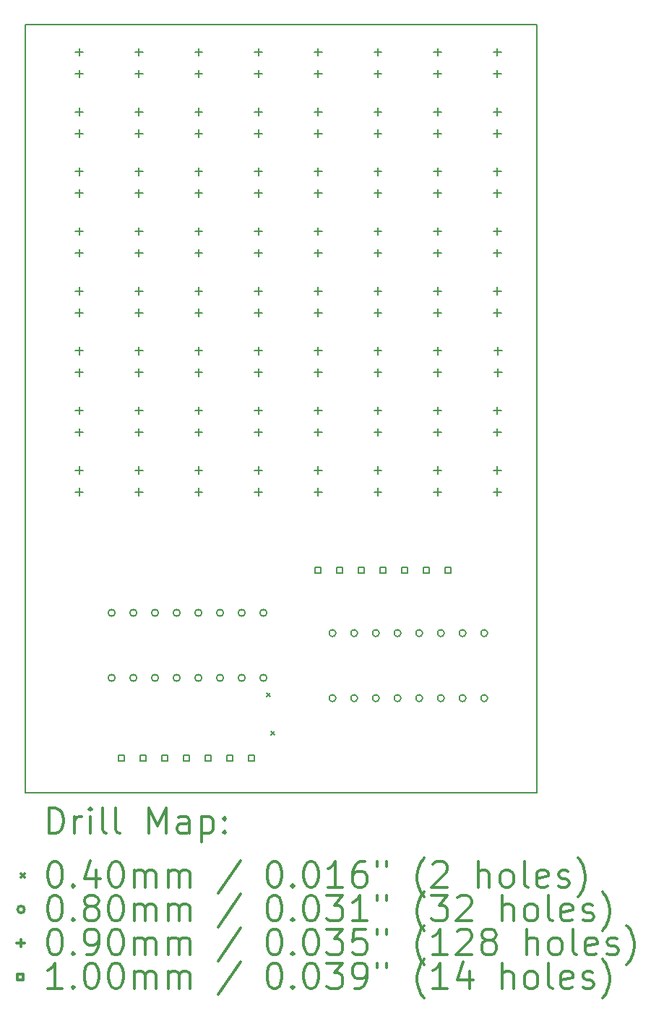
<source format=gbr>
%FSLAX45Y45*%
G04 Gerber Fmt 4.5, Leading zero omitted, Abs format (unit mm)*
G04 Created by KiCad (PCBNEW (5.0.2)-1) date 14/02/2019 14:40:59*
%MOMM*%
%LPD*%
G01*
G04 APERTURE LIST*
%ADD10C,0.150000*%
%ADD11C,0.200000*%
%ADD12C,0.300000*%
G04 APERTURE END LIST*
D10*
X16000000Y-7000000D02*
X10000000Y-7000000D01*
X16000000Y-16000000D02*
X16000000Y-7000000D01*
X10000000Y-16000000D02*
X16000000Y-16000000D01*
X10000000Y-7000000D02*
X10000000Y-16000000D01*
D11*
X12830000Y-14830000D02*
X12870000Y-14870000D01*
X12870000Y-14830000D02*
X12830000Y-14870000D01*
X12880000Y-15280000D02*
X12920000Y-15320000D01*
X12920000Y-15280000D02*
X12880000Y-15320000D01*
X13641354Y-14126149D02*
G75*
G03X13641354Y-14126149I-40000J0D01*
G01*
X13641354Y-14888149D02*
G75*
G03X13641354Y-14888149I-40000J0D01*
G01*
X13895354Y-14126149D02*
G75*
G03X13895354Y-14126149I-40000J0D01*
G01*
X13895354Y-14888149D02*
G75*
G03X13895354Y-14888149I-40000J0D01*
G01*
X14149354Y-14126149D02*
G75*
G03X14149354Y-14126149I-40000J0D01*
G01*
X14149354Y-14888149D02*
G75*
G03X14149354Y-14888149I-40000J0D01*
G01*
X14403354Y-14126149D02*
G75*
G03X14403354Y-14126149I-40000J0D01*
G01*
X14403354Y-14888149D02*
G75*
G03X14403354Y-14888149I-40000J0D01*
G01*
X14657354Y-14126149D02*
G75*
G03X14657354Y-14126149I-40000J0D01*
G01*
X14657354Y-14888149D02*
G75*
G03X14657354Y-14888149I-40000J0D01*
G01*
X14911354Y-14126149D02*
G75*
G03X14911354Y-14126149I-40000J0D01*
G01*
X14911354Y-14888149D02*
G75*
G03X14911354Y-14888149I-40000J0D01*
G01*
X15165354Y-14126149D02*
G75*
G03X15165354Y-14126149I-40000J0D01*
G01*
X15165354Y-14888149D02*
G75*
G03X15165354Y-14888149I-40000J0D01*
G01*
X15419354Y-14126149D02*
G75*
G03X15419354Y-14126149I-40000J0D01*
G01*
X15419354Y-14888149D02*
G75*
G03X15419354Y-14888149I-40000J0D01*
G01*
X11053725Y-13888617D02*
G75*
G03X11053725Y-13888617I-40000J0D01*
G01*
X11053725Y-14650617D02*
G75*
G03X11053725Y-14650617I-40000J0D01*
G01*
X11307725Y-13888617D02*
G75*
G03X11307725Y-13888617I-40000J0D01*
G01*
X11307725Y-14650617D02*
G75*
G03X11307725Y-14650617I-40000J0D01*
G01*
X11561725Y-13888617D02*
G75*
G03X11561725Y-13888617I-40000J0D01*
G01*
X11561725Y-14650617D02*
G75*
G03X11561725Y-14650617I-40000J0D01*
G01*
X11815725Y-13888617D02*
G75*
G03X11815725Y-13888617I-40000J0D01*
G01*
X11815725Y-14650617D02*
G75*
G03X11815725Y-14650617I-40000J0D01*
G01*
X12069725Y-13888617D02*
G75*
G03X12069725Y-13888617I-40000J0D01*
G01*
X12069725Y-14650617D02*
G75*
G03X12069725Y-14650617I-40000J0D01*
G01*
X12323725Y-13888617D02*
G75*
G03X12323725Y-13888617I-40000J0D01*
G01*
X12323725Y-14650617D02*
G75*
G03X12323725Y-14650617I-40000J0D01*
G01*
X12577725Y-13888617D02*
G75*
G03X12577725Y-13888617I-40000J0D01*
G01*
X12577725Y-14650617D02*
G75*
G03X12577725Y-14650617I-40000J0D01*
G01*
X12831725Y-13888617D02*
G75*
G03X12831725Y-13888617I-40000J0D01*
G01*
X12831725Y-14650617D02*
G75*
G03X12831725Y-14650617I-40000J0D01*
G01*
X14134132Y-12172750D02*
X14134132Y-12262750D01*
X14089132Y-12217750D02*
X14179132Y-12217750D01*
X14134132Y-12426750D02*
X14134132Y-12516750D01*
X14089132Y-12471750D02*
X14179132Y-12471750D01*
X14134132Y-11472750D02*
X14134132Y-11562750D01*
X14089132Y-11517750D02*
X14179132Y-11517750D01*
X14134132Y-11726750D02*
X14134132Y-11816750D01*
X14089132Y-11771750D02*
X14179132Y-11771750D01*
X10634132Y-7972750D02*
X10634132Y-8062750D01*
X10589132Y-8017750D02*
X10679132Y-8017750D01*
X10634132Y-8226750D02*
X10634132Y-8316750D01*
X10589132Y-8271750D02*
X10679132Y-8271750D01*
X13434132Y-10072750D02*
X13434132Y-10162750D01*
X13389132Y-10117750D02*
X13479132Y-10117750D01*
X13434132Y-10326750D02*
X13434132Y-10416750D01*
X13389132Y-10371750D02*
X13479132Y-10371750D01*
X12734132Y-7272750D02*
X12734132Y-7362750D01*
X12689132Y-7317750D02*
X12779132Y-7317750D01*
X12734132Y-7526750D02*
X12734132Y-7616750D01*
X12689132Y-7571750D02*
X12779132Y-7571750D01*
X12034132Y-10072750D02*
X12034132Y-10162750D01*
X11989132Y-10117750D02*
X12079132Y-10117750D01*
X12034132Y-10326750D02*
X12034132Y-10416750D01*
X11989132Y-10371750D02*
X12079132Y-10371750D01*
X11334132Y-8672750D02*
X11334132Y-8762750D01*
X11289132Y-8717750D02*
X11379132Y-8717750D01*
X11334132Y-8926750D02*
X11334132Y-9016750D01*
X11289132Y-8971750D02*
X11379132Y-8971750D01*
X14834132Y-9372750D02*
X14834132Y-9462750D01*
X14789132Y-9417750D02*
X14879132Y-9417750D01*
X14834132Y-9626750D02*
X14834132Y-9716750D01*
X14789132Y-9671750D02*
X14879132Y-9671750D01*
X14834132Y-7972750D02*
X14834132Y-8062750D01*
X14789132Y-8017750D02*
X14879132Y-8017750D01*
X14834132Y-8226750D02*
X14834132Y-8316750D01*
X14789132Y-8271750D02*
X14879132Y-8271750D01*
X12734132Y-11472750D02*
X12734132Y-11562750D01*
X12689132Y-11517750D02*
X12779132Y-11517750D01*
X12734132Y-11726750D02*
X12734132Y-11816750D01*
X12689132Y-11771750D02*
X12779132Y-11771750D01*
X14834132Y-12172750D02*
X14834132Y-12262750D01*
X14789132Y-12217750D02*
X14879132Y-12217750D01*
X14834132Y-12426750D02*
X14834132Y-12516750D01*
X14789132Y-12471750D02*
X14879132Y-12471750D01*
X10634132Y-8672750D02*
X10634132Y-8762750D01*
X10589132Y-8717750D02*
X10679132Y-8717750D01*
X10634132Y-8926750D02*
X10634132Y-9016750D01*
X10589132Y-8971750D02*
X10679132Y-8971750D01*
X15534132Y-8672750D02*
X15534132Y-8762750D01*
X15489132Y-8717750D02*
X15579132Y-8717750D01*
X15534132Y-8926750D02*
X15534132Y-9016750D01*
X15489132Y-8971750D02*
X15579132Y-8971750D01*
X10634132Y-10772750D02*
X10634132Y-10862750D01*
X10589132Y-10817750D02*
X10679132Y-10817750D01*
X10634132Y-11026750D02*
X10634132Y-11116750D01*
X10589132Y-11071750D02*
X10679132Y-11071750D01*
X12734132Y-8672750D02*
X12734132Y-8762750D01*
X12689132Y-8717750D02*
X12779132Y-8717750D01*
X12734132Y-8926750D02*
X12734132Y-9016750D01*
X12689132Y-8971750D02*
X12779132Y-8971750D01*
X11334132Y-11472750D02*
X11334132Y-11562750D01*
X11289132Y-11517750D02*
X11379132Y-11517750D01*
X11334132Y-11726750D02*
X11334132Y-11816750D01*
X11289132Y-11771750D02*
X11379132Y-11771750D01*
X14834132Y-8672750D02*
X14834132Y-8762750D01*
X14789132Y-8717750D02*
X14879132Y-8717750D01*
X14834132Y-8926750D02*
X14834132Y-9016750D01*
X14789132Y-8971750D02*
X14879132Y-8971750D01*
X14134132Y-7972750D02*
X14134132Y-8062750D01*
X14089132Y-8017750D02*
X14179132Y-8017750D01*
X14134132Y-8226750D02*
X14134132Y-8316750D01*
X14089132Y-8271750D02*
X14179132Y-8271750D01*
X13434132Y-10772750D02*
X13434132Y-10862750D01*
X13389132Y-10817750D02*
X13479132Y-10817750D01*
X13434132Y-11026750D02*
X13434132Y-11116750D01*
X13389132Y-11071750D02*
X13479132Y-11071750D01*
X12734132Y-10072750D02*
X12734132Y-10162750D01*
X12689132Y-10117750D02*
X12779132Y-10117750D01*
X12734132Y-10326750D02*
X12734132Y-10416750D01*
X12689132Y-10371750D02*
X12779132Y-10371750D01*
X12734132Y-12172750D02*
X12734132Y-12262750D01*
X12689132Y-12217750D02*
X12779132Y-12217750D01*
X12734132Y-12426750D02*
X12734132Y-12516750D01*
X12689132Y-12471750D02*
X12779132Y-12471750D01*
X15534132Y-10072750D02*
X15534132Y-10162750D01*
X15489132Y-10117750D02*
X15579132Y-10117750D01*
X15534132Y-10326750D02*
X15534132Y-10416750D01*
X15489132Y-10371750D02*
X15579132Y-10371750D01*
X11334132Y-9372750D02*
X11334132Y-9462750D01*
X11289132Y-9417750D02*
X11379132Y-9417750D01*
X11334132Y-9626750D02*
X11334132Y-9716750D01*
X11289132Y-9671750D02*
X11379132Y-9671750D01*
X15534132Y-12172750D02*
X15534132Y-12262750D01*
X15489132Y-12217750D02*
X15579132Y-12217750D01*
X15534132Y-12426750D02*
X15534132Y-12516750D01*
X15489132Y-12471750D02*
X15579132Y-12471750D01*
X11334132Y-7972750D02*
X11334132Y-8062750D01*
X11289132Y-8017750D02*
X11379132Y-8017750D01*
X11334132Y-8226750D02*
X11334132Y-8316750D01*
X11289132Y-8271750D02*
X11379132Y-8271750D01*
X11334132Y-10772750D02*
X11334132Y-10862750D01*
X11289132Y-10817750D02*
X11379132Y-10817750D01*
X11334132Y-11026750D02*
X11334132Y-11116750D01*
X11289132Y-11071750D02*
X11379132Y-11071750D01*
X12034132Y-10772750D02*
X12034132Y-10862750D01*
X11989132Y-10817750D02*
X12079132Y-10817750D01*
X12034132Y-11026750D02*
X12034132Y-11116750D01*
X11989132Y-11071750D02*
X12079132Y-11071750D01*
X13434132Y-11472750D02*
X13434132Y-11562750D01*
X13389132Y-11517750D02*
X13479132Y-11517750D01*
X13434132Y-11726750D02*
X13434132Y-11816750D01*
X13389132Y-11771750D02*
X13479132Y-11771750D01*
X14834132Y-7272750D02*
X14834132Y-7362750D01*
X14789132Y-7317750D02*
X14879132Y-7317750D01*
X14834132Y-7526750D02*
X14834132Y-7616750D01*
X14789132Y-7571750D02*
X14879132Y-7571750D01*
X12734132Y-10772750D02*
X12734132Y-10862750D01*
X12689132Y-10817750D02*
X12779132Y-10817750D01*
X12734132Y-11026750D02*
X12734132Y-11116750D01*
X12689132Y-11071750D02*
X12779132Y-11071750D01*
X13434132Y-8672750D02*
X13434132Y-8762750D01*
X13389132Y-8717750D02*
X13479132Y-8717750D01*
X13434132Y-8926750D02*
X13434132Y-9016750D01*
X13389132Y-8971750D02*
X13479132Y-8971750D01*
X13434132Y-7272750D02*
X13434132Y-7362750D01*
X13389132Y-7317750D02*
X13479132Y-7317750D01*
X13434132Y-7526750D02*
X13434132Y-7616750D01*
X13389132Y-7571750D02*
X13479132Y-7571750D01*
X10634132Y-7272750D02*
X10634132Y-7362750D01*
X10589132Y-7317750D02*
X10679132Y-7317750D01*
X10634132Y-7526750D02*
X10634132Y-7616750D01*
X10589132Y-7571750D02*
X10679132Y-7571750D01*
X12734132Y-9372750D02*
X12734132Y-9462750D01*
X12689132Y-9417750D02*
X12779132Y-9417750D01*
X12734132Y-9626750D02*
X12734132Y-9716750D01*
X12689132Y-9671750D02*
X12779132Y-9671750D01*
X15534132Y-11472750D02*
X15534132Y-11562750D01*
X15489132Y-11517750D02*
X15579132Y-11517750D01*
X15534132Y-11726750D02*
X15534132Y-11816750D01*
X15489132Y-11771750D02*
X15579132Y-11771750D01*
X12734132Y-7972750D02*
X12734132Y-8062750D01*
X12689132Y-8017750D02*
X12779132Y-8017750D01*
X12734132Y-8226750D02*
X12734132Y-8316750D01*
X12689132Y-8271750D02*
X12779132Y-8271750D01*
X15534132Y-7272750D02*
X15534132Y-7362750D01*
X15489132Y-7317750D02*
X15579132Y-7317750D01*
X15534132Y-7526750D02*
X15534132Y-7616750D01*
X15489132Y-7571750D02*
X15579132Y-7571750D01*
X14134132Y-7272750D02*
X14134132Y-7362750D01*
X14089132Y-7317750D02*
X14179132Y-7317750D01*
X14134132Y-7526750D02*
X14134132Y-7616750D01*
X14089132Y-7571750D02*
X14179132Y-7571750D01*
X12034132Y-12172750D02*
X12034132Y-12262750D01*
X11989132Y-12217750D02*
X12079132Y-12217750D01*
X12034132Y-12426750D02*
X12034132Y-12516750D01*
X11989132Y-12471750D02*
X12079132Y-12471750D01*
X13434132Y-7972750D02*
X13434132Y-8062750D01*
X13389132Y-8017750D02*
X13479132Y-8017750D01*
X13434132Y-8226750D02*
X13434132Y-8316750D01*
X13389132Y-8271750D02*
X13479132Y-8271750D01*
X10634132Y-11472750D02*
X10634132Y-11562750D01*
X10589132Y-11517750D02*
X10679132Y-11517750D01*
X10634132Y-11726750D02*
X10634132Y-11816750D01*
X10589132Y-11771750D02*
X10679132Y-11771750D01*
X14834132Y-11472750D02*
X14834132Y-11562750D01*
X14789132Y-11517750D02*
X14879132Y-11517750D01*
X14834132Y-11726750D02*
X14834132Y-11816750D01*
X14789132Y-11771750D02*
X14879132Y-11771750D01*
X10634132Y-9372750D02*
X10634132Y-9462750D01*
X10589132Y-9417750D02*
X10679132Y-9417750D01*
X10634132Y-9626750D02*
X10634132Y-9716750D01*
X10589132Y-9671750D02*
X10679132Y-9671750D01*
X15534132Y-9372750D02*
X15534132Y-9462750D01*
X15489132Y-9417750D02*
X15579132Y-9417750D01*
X15534132Y-9626750D02*
X15534132Y-9716750D01*
X15489132Y-9671750D02*
X15579132Y-9671750D01*
X12034132Y-7972750D02*
X12034132Y-8062750D01*
X11989132Y-8017750D02*
X12079132Y-8017750D01*
X12034132Y-8226750D02*
X12034132Y-8316750D01*
X11989132Y-8271750D02*
X12079132Y-8271750D01*
X15534132Y-7972750D02*
X15534132Y-8062750D01*
X15489132Y-8017750D02*
X15579132Y-8017750D01*
X15534132Y-8226750D02*
X15534132Y-8316750D01*
X15489132Y-8271750D02*
X15579132Y-8271750D01*
X14134132Y-10072750D02*
X14134132Y-10162750D01*
X14089132Y-10117750D02*
X14179132Y-10117750D01*
X14134132Y-10326750D02*
X14134132Y-10416750D01*
X14089132Y-10371750D02*
X14179132Y-10371750D01*
X14134132Y-9372750D02*
X14134132Y-9462750D01*
X14089132Y-9417750D02*
X14179132Y-9417750D01*
X14134132Y-9626750D02*
X14134132Y-9716750D01*
X14089132Y-9671750D02*
X14179132Y-9671750D01*
X12034132Y-7272750D02*
X12034132Y-7362750D01*
X11989132Y-7317750D02*
X12079132Y-7317750D01*
X12034132Y-7526750D02*
X12034132Y-7616750D01*
X11989132Y-7571750D02*
X12079132Y-7571750D01*
X14834132Y-10072750D02*
X14834132Y-10162750D01*
X14789132Y-10117750D02*
X14879132Y-10117750D01*
X14834132Y-10326750D02*
X14834132Y-10416750D01*
X14789132Y-10371750D02*
X14879132Y-10371750D01*
X10634132Y-10072750D02*
X10634132Y-10162750D01*
X10589132Y-10117750D02*
X10679132Y-10117750D01*
X10634132Y-10326750D02*
X10634132Y-10416750D01*
X10589132Y-10371750D02*
X10679132Y-10371750D01*
X11334132Y-10072750D02*
X11334132Y-10162750D01*
X11289132Y-10117750D02*
X11379132Y-10117750D01*
X11334132Y-10326750D02*
X11334132Y-10416750D01*
X11289132Y-10371750D02*
X11379132Y-10371750D01*
X12034132Y-11472750D02*
X12034132Y-11562750D01*
X11989132Y-11517750D02*
X12079132Y-11517750D01*
X12034132Y-11726750D02*
X12034132Y-11816750D01*
X11989132Y-11771750D02*
X12079132Y-11771750D01*
X11334132Y-12172750D02*
X11334132Y-12262750D01*
X11289132Y-12217750D02*
X11379132Y-12217750D01*
X11334132Y-12426750D02*
X11334132Y-12516750D01*
X11289132Y-12471750D02*
X11379132Y-12471750D01*
X14834132Y-10772750D02*
X14834132Y-10862750D01*
X14789132Y-10817750D02*
X14879132Y-10817750D01*
X14834132Y-11026750D02*
X14834132Y-11116750D01*
X14789132Y-11071750D02*
X14879132Y-11071750D01*
X14134132Y-8672750D02*
X14134132Y-8762750D01*
X14089132Y-8717750D02*
X14179132Y-8717750D01*
X14134132Y-8926750D02*
X14134132Y-9016750D01*
X14089132Y-8971750D02*
X14179132Y-8971750D01*
X14134132Y-10772750D02*
X14134132Y-10862750D01*
X14089132Y-10817750D02*
X14179132Y-10817750D01*
X14134132Y-11026750D02*
X14134132Y-11116750D01*
X14089132Y-11071750D02*
X14179132Y-11071750D01*
X12034132Y-8672750D02*
X12034132Y-8762750D01*
X11989132Y-8717750D02*
X12079132Y-8717750D01*
X12034132Y-8926750D02*
X12034132Y-9016750D01*
X11989132Y-8971750D02*
X12079132Y-8971750D01*
X12034132Y-9372750D02*
X12034132Y-9462750D01*
X11989132Y-9417750D02*
X12079132Y-9417750D01*
X12034132Y-9626750D02*
X12034132Y-9716750D01*
X11989132Y-9671750D02*
X12079132Y-9671750D01*
X11334132Y-7272750D02*
X11334132Y-7362750D01*
X11289132Y-7317750D02*
X11379132Y-7317750D01*
X11334132Y-7526750D02*
X11334132Y-7616750D01*
X11289132Y-7571750D02*
X11379132Y-7571750D01*
X13434132Y-9372750D02*
X13434132Y-9462750D01*
X13389132Y-9417750D02*
X13479132Y-9417750D01*
X13434132Y-9626750D02*
X13434132Y-9716750D01*
X13389132Y-9671750D02*
X13479132Y-9671750D01*
X15543369Y-10772750D02*
X15543369Y-10862750D01*
X15498369Y-10817750D02*
X15588369Y-10817750D01*
X15543369Y-11026750D02*
X15543369Y-11116750D01*
X15498369Y-11071750D02*
X15588369Y-11071750D01*
X10634132Y-12172750D02*
X10634132Y-12262750D01*
X10589132Y-12217750D02*
X10679132Y-12217750D01*
X10634132Y-12426750D02*
X10634132Y-12516750D01*
X10589132Y-12471750D02*
X10679132Y-12471750D01*
X13434132Y-12172750D02*
X13434132Y-12262750D01*
X13389132Y-12217750D02*
X13479132Y-12217750D01*
X13434132Y-12426750D02*
X13434132Y-12516750D01*
X13389132Y-12471750D02*
X13479132Y-12471750D01*
X11165081Y-15623972D02*
X11165081Y-15553261D01*
X11094370Y-15553261D01*
X11094370Y-15623972D01*
X11165081Y-15623972D01*
X11419081Y-15623972D02*
X11419081Y-15553261D01*
X11348370Y-15553261D01*
X11348370Y-15623972D01*
X11419081Y-15623972D01*
X11673081Y-15623972D02*
X11673081Y-15553261D01*
X11602370Y-15553261D01*
X11602370Y-15623972D01*
X11673081Y-15623972D01*
X11927081Y-15623972D02*
X11927081Y-15553261D01*
X11856370Y-15553261D01*
X11856370Y-15623972D01*
X11927081Y-15623972D01*
X12181081Y-15623972D02*
X12181081Y-15553261D01*
X12110370Y-15553261D01*
X12110370Y-15623972D01*
X12181081Y-15623972D01*
X12435081Y-15623972D02*
X12435081Y-15553261D01*
X12364370Y-15553261D01*
X12364370Y-15623972D01*
X12435081Y-15623972D01*
X12689081Y-15623972D02*
X12689081Y-15553261D01*
X12618370Y-15553261D01*
X12618370Y-15623972D01*
X12689081Y-15623972D01*
X13466709Y-13423505D02*
X13466709Y-13352793D01*
X13395998Y-13352793D01*
X13395998Y-13423505D01*
X13466709Y-13423505D01*
X13720709Y-13423505D02*
X13720709Y-13352793D01*
X13649998Y-13352793D01*
X13649998Y-13423505D01*
X13720709Y-13423505D01*
X13974709Y-13423505D02*
X13974709Y-13352793D01*
X13903998Y-13352793D01*
X13903998Y-13423505D01*
X13974709Y-13423505D01*
X14228709Y-13423505D02*
X14228709Y-13352793D01*
X14157998Y-13352793D01*
X14157998Y-13423505D01*
X14228709Y-13423505D01*
X14482709Y-13423505D02*
X14482709Y-13352793D01*
X14411998Y-13352793D01*
X14411998Y-13423505D01*
X14482709Y-13423505D01*
X14736709Y-13423505D02*
X14736709Y-13352793D01*
X14665998Y-13352793D01*
X14665998Y-13423505D01*
X14736709Y-13423505D01*
X14990709Y-13423505D02*
X14990709Y-13352793D01*
X14919998Y-13352793D01*
X14919998Y-13423505D01*
X14990709Y-13423505D01*
D12*
X10278928Y-16473214D02*
X10278928Y-16173214D01*
X10350357Y-16173214D01*
X10393214Y-16187500D01*
X10421786Y-16216071D01*
X10436071Y-16244643D01*
X10450357Y-16301786D01*
X10450357Y-16344643D01*
X10436071Y-16401786D01*
X10421786Y-16430357D01*
X10393214Y-16458929D01*
X10350357Y-16473214D01*
X10278928Y-16473214D01*
X10578928Y-16473214D02*
X10578928Y-16273214D01*
X10578928Y-16330357D02*
X10593214Y-16301786D01*
X10607500Y-16287500D01*
X10636071Y-16273214D01*
X10664643Y-16273214D01*
X10764643Y-16473214D02*
X10764643Y-16273214D01*
X10764643Y-16173214D02*
X10750357Y-16187500D01*
X10764643Y-16201786D01*
X10778928Y-16187500D01*
X10764643Y-16173214D01*
X10764643Y-16201786D01*
X10950357Y-16473214D02*
X10921786Y-16458929D01*
X10907500Y-16430357D01*
X10907500Y-16173214D01*
X11107500Y-16473214D02*
X11078928Y-16458929D01*
X11064643Y-16430357D01*
X11064643Y-16173214D01*
X11450357Y-16473214D02*
X11450357Y-16173214D01*
X11550357Y-16387500D01*
X11650357Y-16173214D01*
X11650357Y-16473214D01*
X11921786Y-16473214D02*
X11921786Y-16316071D01*
X11907500Y-16287500D01*
X11878928Y-16273214D01*
X11821786Y-16273214D01*
X11793214Y-16287500D01*
X11921786Y-16458929D02*
X11893214Y-16473214D01*
X11821786Y-16473214D01*
X11793214Y-16458929D01*
X11778928Y-16430357D01*
X11778928Y-16401786D01*
X11793214Y-16373214D01*
X11821786Y-16358929D01*
X11893214Y-16358929D01*
X11921786Y-16344643D01*
X12064643Y-16273214D02*
X12064643Y-16573214D01*
X12064643Y-16287500D02*
X12093214Y-16273214D01*
X12150357Y-16273214D01*
X12178928Y-16287500D01*
X12193214Y-16301786D01*
X12207500Y-16330357D01*
X12207500Y-16416071D01*
X12193214Y-16444643D01*
X12178928Y-16458929D01*
X12150357Y-16473214D01*
X12093214Y-16473214D01*
X12064643Y-16458929D01*
X12336071Y-16444643D02*
X12350357Y-16458929D01*
X12336071Y-16473214D01*
X12321786Y-16458929D01*
X12336071Y-16444643D01*
X12336071Y-16473214D01*
X12336071Y-16287500D02*
X12350357Y-16301786D01*
X12336071Y-16316071D01*
X12321786Y-16301786D01*
X12336071Y-16287500D01*
X12336071Y-16316071D01*
X9952500Y-16947500D02*
X9992500Y-16987500D01*
X9992500Y-16947500D02*
X9952500Y-16987500D01*
X10336071Y-16803214D02*
X10364643Y-16803214D01*
X10393214Y-16817500D01*
X10407500Y-16831786D01*
X10421786Y-16860357D01*
X10436071Y-16917500D01*
X10436071Y-16988929D01*
X10421786Y-17046072D01*
X10407500Y-17074643D01*
X10393214Y-17088929D01*
X10364643Y-17103214D01*
X10336071Y-17103214D01*
X10307500Y-17088929D01*
X10293214Y-17074643D01*
X10278928Y-17046072D01*
X10264643Y-16988929D01*
X10264643Y-16917500D01*
X10278928Y-16860357D01*
X10293214Y-16831786D01*
X10307500Y-16817500D01*
X10336071Y-16803214D01*
X10564643Y-17074643D02*
X10578928Y-17088929D01*
X10564643Y-17103214D01*
X10550357Y-17088929D01*
X10564643Y-17074643D01*
X10564643Y-17103214D01*
X10836071Y-16903214D02*
X10836071Y-17103214D01*
X10764643Y-16788929D02*
X10693214Y-17003214D01*
X10878928Y-17003214D01*
X11050357Y-16803214D02*
X11078928Y-16803214D01*
X11107500Y-16817500D01*
X11121786Y-16831786D01*
X11136071Y-16860357D01*
X11150357Y-16917500D01*
X11150357Y-16988929D01*
X11136071Y-17046072D01*
X11121786Y-17074643D01*
X11107500Y-17088929D01*
X11078928Y-17103214D01*
X11050357Y-17103214D01*
X11021786Y-17088929D01*
X11007500Y-17074643D01*
X10993214Y-17046072D01*
X10978928Y-16988929D01*
X10978928Y-16917500D01*
X10993214Y-16860357D01*
X11007500Y-16831786D01*
X11021786Y-16817500D01*
X11050357Y-16803214D01*
X11278928Y-17103214D02*
X11278928Y-16903214D01*
X11278928Y-16931786D02*
X11293214Y-16917500D01*
X11321786Y-16903214D01*
X11364643Y-16903214D01*
X11393214Y-16917500D01*
X11407500Y-16946072D01*
X11407500Y-17103214D01*
X11407500Y-16946072D02*
X11421786Y-16917500D01*
X11450357Y-16903214D01*
X11493214Y-16903214D01*
X11521786Y-16917500D01*
X11536071Y-16946072D01*
X11536071Y-17103214D01*
X11678928Y-17103214D02*
X11678928Y-16903214D01*
X11678928Y-16931786D02*
X11693214Y-16917500D01*
X11721786Y-16903214D01*
X11764643Y-16903214D01*
X11793214Y-16917500D01*
X11807500Y-16946072D01*
X11807500Y-17103214D01*
X11807500Y-16946072D02*
X11821786Y-16917500D01*
X11850357Y-16903214D01*
X11893214Y-16903214D01*
X11921786Y-16917500D01*
X11936071Y-16946072D01*
X11936071Y-17103214D01*
X12521786Y-16788929D02*
X12264643Y-17174643D01*
X12907500Y-16803214D02*
X12936071Y-16803214D01*
X12964643Y-16817500D01*
X12978928Y-16831786D01*
X12993214Y-16860357D01*
X13007500Y-16917500D01*
X13007500Y-16988929D01*
X12993214Y-17046072D01*
X12978928Y-17074643D01*
X12964643Y-17088929D01*
X12936071Y-17103214D01*
X12907500Y-17103214D01*
X12878928Y-17088929D01*
X12864643Y-17074643D01*
X12850357Y-17046072D01*
X12836071Y-16988929D01*
X12836071Y-16917500D01*
X12850357Y-16860357D01*
X12864643Y-16831786D01*
X12878928Y-16817500D01*
X12907500Y-16803214D01*
X13136071Y-17074643D02*
X13150357Y-17088929D01*
X13136071Y-17103214D01*
X13121786Y-17088929D01*
X13136071Y-17074643D01*
X13136071Y-17103214D01*
X13336071Y-16803214D02*
X13364643Y-16803214D01*
X13393214Y-16817500D01*
X13407500Y-16831786D01*
X13421786Y-16860357D01*
X13436071Y-16917500D01*
X13436071Y-16988929D01*
X13421786Y-17046072D01*
X13407500Y-17074643D01*
X13393214Y-17088929D01*
X13364643Y-17103214D01*
X13336071Y-17103214D01*
X13307500Y-17088929D01*
X13293214Y-17074643D01*
X13278928Y-17046072D01*
X13264643Y-16988929D01*
X13264643Y-16917500D01*
X13278928Y-16860357D01*
X13293214Y-16831786D01*
X13307500Y-16817500D01*
X13336071Y-16803214D01*
X13721786Y-17103214D02*
X13550357Y-17103214D01*
X13636071Y-17103214D02*
X13636071Y-16803214D01*
X13607500Y-16846072D01*
X13578928Y-16874643D01*
X13550357Y-16888929D01*
X13978928Y-16803214D02*
X13921786Y-16803214D01*
X13893214Y-16817500D01*
X13878928Y-16831786D01*
X13850357Y-16874643D01*
X13836071Y-16931786D01*
X13836071Y-17046072D01*
X13850357Y-17074643D01*
X13864643Y-17088929D01*
X13893214Y-17103214D01*
X13950357Y-17103214D01*
X13978928Y-17088929D01*
X13993214Y-17074643D01*
X14007500Y-17046072D01*
X14007500Y-16974643D01*
X13993214Y-16946072D01*
X13978928Y-16931786D01*
X13950357Y-16917500D01*
X13893214Y-16917500D01*
X13864643Y-16931786D01*
X13850357Y-16946072D01*
X13836071Y-16974643D01*
X14121786Y-16803214D02*
X14121786Y-16860357D01*
X14236071Y-16803214D02*
X14236071Y-16860357D01*
X14678928Y-17217500D02*
X14664643Y-17203214D01*
X14636071Y-17160357D01*
X14621786Y-17131786D01*
X14607500Y-17088929D01*
X14593214Y-17017500D01*
X14593214Y-16960357D01*
X14607500Y-16888929D01*
X14621786Y-16846072D01*
X14636071Y-16817500D01*
X14664643Y-16774643D01*
X14678928Y-16760357D01*
X14778928Y-16831786D02*
X14793214Y-16817500D01*
X14821786Y-16803214D01*
X14893214Y-16803214D01*
X14921786Y-16817500D01*
X14936071Y-16831786D01*
X14950357Y-16860357D01*
X14950357Y-16888929D01*
X14936071Y-16931786D01*
X14764643Y-17103214D01*
X14950357Y-17103214D01*
X15307500Y-17103214D02*
X15307500Y-16803214D01*
X15436071Y-17103214D02*
X15436071Y-16946072D01*
X15421786Y-16917500D01*
X15393214Y-16903214D01*
X15350357Y-16903214D01*
X15321786Y-16917500D01*
X15307500Y-16931786D01*
X15621786Y-17103214D02*
X15593214Y-17088929D01*
X15578928Y-17074643D01*
X15564643Y-17046072D01*
X15564643Y-16960357D01*
X15578928Y-16931786D01*
X15593214Y-16917500D01*
X15621786Y-16903214D01*
X15664643Y-16903214D01*
X15693214Y-16917500D01*
X15707500Y-16931786D01*
X15721786Y-16960357D01*
X15721786Y-17046072D01*
X15707500Y-17074643D01*
X15693214Y-17088929D01*
X15664643Y-17103214D01*
X15621786Y-17103214D01*
X15893214Y-17103214D02*
X15864643Y-17088929D01*
X15850357Y-17060357D01*
X15850357Y-16803214D01*
X16121786Y-17088929D02*
X16093214Y-17103214D01*
X16036071Y-17103214D01*
X16007500Y-17088929D01*
X15993214Y-17060357D01*
X15993214Y-16946072D01*
X16007500Y-16917500D01*
X16036071Y-16903214D01*
X16093214Y-16903214D01*
X16121786Y-16917500D01*
X16136071Y-16946072D01*
X16136071Y-16974643D01*
X15993214Y-17003214D01*
X16250357Y-17088929D02*
X16278928Y-17103214D01*
X16336071Y-17103214D01*
X16364643Y-17088929D01*
X16378928Y-17060357D01*
X16378928Y-17046072D01*
X16364643Y-17017500D01*
X16336071Y-17003214D01*
X16293214Y-17003214D01*
X16264643Y-16988929D01*
X16250357Y-16960357D01*
X16250357Y-16946072D01*
X16264643Y-16917500D01*
X16293214Y-16903214D01*
X16336071Y-16903214D01*
X16364643Y-16917500D01*
X16478928Y-17217500D02*
X16493214Y-17203214D01*
X16521786Y-17160357D01*
X16536071Y-17131786D01*
X16550357Y-17088929D01*
X16564643Y-17017500D01*
X16564643Y-16960357D01*
X16550357Y-16888929D01*
X16536071Y-16846072D01*
X16521786Y-16817500D01*
X16493214Y-16774643D01*
X16478928Y-16760357D01*
X9992500Y-17363500D02*
G75*
G03X9992500Y-17363500I-40000J0D01*
G01*
X10336071Y-17199214D02*
X10364643Y-17199214D01*
X10393214Y-17213500D01*
X10407500Y-17227786D01*
X10421786Y-17256357D01*
X10436071Y-17313500D01*
X10436071Y-17384929D01*
X10421786Y-17442072D01*
X10407500Y-17470643D01*
X10393214Y-17484929D01*
X10364643Y-17499214D01*
X10336071Y-17499214D01*
X10307500Y-17484929D01*
X10293214Y-17470643D01*
X10278928Y-17442072D01*
X10264643Y-17384929D01*
X10264643Y-17313500D01*
X10278928Y-17256357D01*
X10293214Y-17227786D01*
X10307500Y-17213500D01*
X10336071Y-17199214D01*
X10564643Y-17470643D02*
X10578928Y-17484929D01*
X10564643Y-17499214D01*
X10550357Y-17484929D01*
X10564643Y-17470643D01*
X10564643Y-17499214D01*
X10750357Y-17327786D02*
X10721786Y-17313500D01*
X10707500Y-17299214D01*
X10693214Y-17270643D01*
X10693214Y-17256357D01*
X10707500Y-17227786D01*
X10721786Y-17213500D01*
X10750357Y-17199214D01*
X10807500Y-17199214D01*
X10836071Y-17213500D01*
X10850357Y-17227786D01*
X10864643Y-17256357D01*
X10864643Y-17270643D01*
X10850357Y-17299214D01*
X10836071Y-17313500D01*
X10807500Y-17327786D01*
X10750357Y-17327786D01*
X10721786Y-17342072D01*
X10707500Y-17356357D01*
X10693214Y-17384929D01*
X10693214Y-17442072D01*
X10707500Y-17470643D01*
X10721786Y-17484929D01*
X10750357Y-17499214D01*
X10807500Y-17499214D01*
X10836071Y-17484929D01*
X10850357Y-17470643D01*
X10864643Y-17442072D01*
X10864643Y-17384929D01*
X10850357Y-17356357D01*
X10836071Y-17342072D01*
X10807500Y-17327786D01*
X11050357Y-17199214D02*
X11078928Y-17199214D01*
X11107500Y-17213500D01*
X11121786Y-17227786D01*
X11136071Y-17256357D01*
X11150357Y-17313500D01*
X11150357Y-17384929D01*
X11136071Y-17442072D01*
X11121786Y-17470643D01*
X11107500Y-17484929D01*
X11078928Y-17499214D01*
X11050357Y-17499214D01*
X11021786Y-17484929D01*
X11007500Y-17470643D01*
X10993214Y-17442072D01*
X10978928Y-17384929D01*
X10978928Y-17313500D01*
X10993214Y-17256357D01*
X11007500Y-17227786D01*
X11021786Y-17213500D01*
X11050357Y-17199214D01*
X11278928Y-17499214D02*
X11278928Y-17299214D01*
X11278928Y-17327786D02*
X11293214Y-17313500D01*
X11321786Y-17299214D01*
X11364643Y-17299214D01*
X11393214Y-17313500D01*
X11407500Y-17342072D01*
X11407500Y-17499214D01*
X11407500Y-17342072D02*
X11421786Y-17313500D01*
X11450357Y-17299214D01*
X11493214Y-17299214D01*
X11521786Y-17313500D01*
X11536071Y-17342072D01*
X11536071Y-17499214D01*
X11678928Y-17499214D02*
X11678928Y-17299214D01*
X11678928Y-17327786D02*
X11693214Y-17313500D01*
X11721786Y-17299214D01*
X11764643Y-17299214D01*
X11793214Y-17313500D01*
X11807500Y-17342072D01*
X11807500Y-17499214D01*
X11807500Y-17342072D02*
X11821786Y-17313500D01*
X11850357Y-17299214D01*
X11893214Y-17299214D01*
X11921786Y-17313500D01*
X11936071Y-17342072D01*
X11936071Y-17499214D01*
X12521786Y-17184929D02*
X12264643Y-17570643D01*
X12907500Y-17199214D02*
X12936071Y-17199214D01*
X12964643Y-17213500D01*
X12978928Y-17227786D01*
X12993214Y-17256357D01*
X13007500Y-17313500D01*
X13007500Y-17384929D01*
X12993214Y-17442072D01*
X12978928Y-17470643D01*
X12964643Y-17484929D01*
X12936071Y-17499214D01*
X12907500Y-17499214D01*
X12878928Y-17484929D01*
X12864643Y-17470643D01*
X12850357Y-17442072D01*
X12836071Y-17384929D01*
X12836071Y-17313500D01*
X12850357Y-17256357D01*
X12864643Y-17227786D01*
X12878928Y-17213500D01*
X12907500Y-17199214D01*
X13136071Y-17470643D02*
X13150357Y-17484929D01*
X13136071Y-17499214D01*
X13121786Y-17484929D01*
X13136071Y-17470643D01*
X13136071Y-17499214D01*
X13336071Y-17199214D02*
X13364643Y-17199214D01*
X13393214Y-17213500D01*
X13407500Y-17227786D01*
X13421786Y-17256357D01*
X13436071Y-17313500D01*
X13436071Y-17384929D01*
X13421786Y-17442072D01*
X13407500Y-17470643D01*
X13393214Y-17484929D01*
X13364643Y-17499214D01*
X13336071Y-17499214D01*
X13307500Y-17484929D01*
X13293214Y-17470643D01*
X13278928Y-17442072D01*
X13264643Y-17384929D01*
X13264643Y-17313500D01*
X13278928Y-17256357D01*
X13293214Y-17227786D01*
X13307500Y-17213500D01*
X13336071Y-17199214D01*
X13536071Y-17199214D02*
X13721786Y-17199214D01*
X13621786Y-17313500D01*
X13664643Y-17313500D01*
X13693214Y-17327786D01*
X13707500Y-17342072D01*
X13721786Y-17370643D01*
X13721786Y-17442072D01*
X13707500Y-17470643D01*
X13693214Y-17484929D01*
X13664643Y-17499214D01*
X13578928Y-17499214D01*
X13550357Y-17484929D01*
X13536071Y-17470643D01*
X14007500Y-17499214D02*
X13836071Y-17499214D01*
X13921786Y-17499214D02*
X13921786Y-17199214D01*
X13893214Y-17242072D01*
X13864643Y-17270643D01*
X13836071Y-17284929D01*
X14121786Y-17199214D02*
X14121786Y-17256357D01*
X14236071Y-17199214D02*
X14236071Y-17256357D01*
X14678928Y-17613500D02*
X14664643Y-17599214D01*
X14636071Y-17556357D01*
X14621786Y-17527786D01*
X14607500Y-17484929D01*
X14593214Y-17413500D01*
X14593214Y-17356357D01*
X14607500Y-17284929D01*
X14621786Y-17242072D01*
X14636071Y-17213500D01*
X14664643Y-17170643D01*
X14678928Y-17156357D01*
X14764643Y-17199214D02*
X14950357Y-17199214D01*
X14850357Y-17313500D01*
X14893214Y-17313500D01*
X14921786Y-17327786D01*
X14936071Y-17342072D01*
X14950357Y-17370643D01*
X14950357Y-17442072D01*
X14936071Y-17470643D01*
X14921786Y-17484929D01*
X14893214Y-17499214D01*
X14807500Y-17499214D01*
X14778928Y-17484929D01*
X14764643Y-17470643D01*
X15064643Y-17227786D02*
X15078928Y-17213500D01*
X15107500Y-17199214D01*
X15178928Y-17199214D01*
X15207500Y-17213500D01*
X15221786Y-17227786D01*
X15236071Y-17256357D01*
X15236071Y-17284929D01*
X15221786Y-17327786D01*
X15050357Y-17499214D01*
X15236071Y-17499214D01*
X15593214Y-17499214D02*
X15593214Y-17199214D01*
X15721786Y-17499214D02*
X15721786Y-17342072D01*
X15707500Y-17313500D01*
X15678928Y-17299214D01*
X15636071Y-17299214D01*
X15607500Y-17313500D01*
X15593214Y-17327786D01*
X15907500Y-17499214D02*
X15878928Y-17484929D01*
X15864643Y-17470643D01*
X15850357Y-17442072D01*
X15850357Y-17356357D01*
X15864643Y-17327786D01*
X15878928Y-17313500D01*
X15907500Y-17299214D01*
X15950357Y-17299214D01*
X15978928Y-17313500D01*
X15993214Y-17327786D01*
X16007500Y-17356357D01*
X16007500Y-17442072D01*
X15993214Y-17470643D01*
X15978928Y-17484929D01*
X15950357Y-17499214D01*
X15907500Y-17499214D01*
X16178928Y-17499214D02*
X16150357Y-17484929D01*
X16136071Y-17456357D01*
X16136071Y-17199214D01*
X16407500Y-17484929D02*
X16378928Y-17499214D01*
X16321786Y-17499214D01*
X16293214Y-17484929D01*
X16278928Y-17456357D01*
X16278928Y-17342072D01*
X16293214Y-17313500D01*
X16321786Y-17299214D01*
X16378928Y-17299214D01*
X16407500Y-17313500D01*
X16421786Y-17342072D01*
X16421786Y-17370643D01*
X16278928Y-17399214D01*
X16536071Y-17484929D02*
X16564643Y-17499214D01*
X16621786Y-17499214D01*
X16650357Y-17484929D01*
X16664643Y-17456357D01*
X16664643Y-17442072D01*
X16650357Y-17413500D01*
X16621786Y-17399214D01*
X16578928Y-17399214D01*
X16550357Y-17384929D01*
X16536071Y-17356357D01*
X16536071Y-17342072D01*
X16550357Y-17313500D01*
X16578928Y-17299214D01*
X16621786Y-17299214D01*
X16650357Y-17313500D01*
X16764643Y-17613500D02*
X16778928Y-17599214D01*
X16807500Y-17556357D01*
X16821786Y-17527786D01*
X16836071Y-17484929D01*
X16850357Y-17413500D01*
X16850357Y-17356357D01*
X16836071Y-17284929D01*
X16821786Y-17242072D01*
X16807500Y-17213500D01*
X16778928Y-17170643D01*
X16764643Y-17156357D01*
X9947500Y-17714500D02*
X9947500Y-17804500D01*
X9902500Y-17759500D02*
X9992500Y-17759500D01*
X10336071Y-17595214D02*
X10364643Y-17595214D01*
X10393214Y-17609500D01*
X10407500Y-17623786D01*
X10421786Y-17652357D01*
X10436071Y-17709500D01*
X10436071Y-17780929D01*
X10421786Y-17838072D01*
X10407500Y-17866643D01*
X10393214Y-17880929D01*
X10364643Y-17895214D01*
X10336071Y-17895214D01*
X10307500Y-17880929D01*
X10293214Y-17866643D01*
X10278928Y-17838072D01*
X10264643Y-17780929D01*
X10264643Y-17709500D01*
X10278928Y-17652357D01*
X10293214Y-17623786D01*
X10307500Y-17609500D01*
X10336071Y-17595214D01*
X10564643Y-17866643D02*
X10578928Y-17880929D01*
X10564643Y-17895214D01*
X10550357Y-17880929D01*
X10564643Y-17866643D01*
X10564643Y-17895214D01*
X10721786Y-17895214D02*
X10778928Y-17895214D01*
X10807500Y-17880929D01*
X10821786Y-17866643D01*
X10850357Y-17823786D01*
X10864643Y-17766643D01*
X10864643Y-17652357D01*
X10850357Y-17623786D01*
X10836071Y-17609500D01*
X10807500Y-17595214D01*
X10750357Y-17595214D01*
X10721786Y-17609500D01*
X10707500Y-17623786D01*
X10693214Y-17652357D01*
X10693214Y-17723786D01*
X10707500Y-17752357D01*
X10721786Y-17766643D01*
X10750357Y-17780929D01*
X10807500Y-17780929D01*
X10836071Y-17766643D01*
X10850357Y-17752357D01*
X10864643Y-17723786D01*
X11050357Y-17595214D02*
X11078928Y-17595214D01*
X11107500Y-17609500D01*
X11121786Y-17623786D01*
X11136071Y-17652357D01*
X11150357Y-17709500D01*
X11150357Y-17780929D01*
X11136071Y-17838072D01*
X11121786Y-17866643D01*
X11107500Y-17880929D01*
X11078928Y-17895214D01*
X11050357Y-17895214D01*
X11021786Y-17880929D01*
X11007500Y-17866643D01*
X10993214Y-17838072D01*
X10978928Y-17780929D01*
X10978928Y-17709500D01*
X10993214Y-17652357D01*
X11007500Y-17623786D01*
X11021786Y-17609500D01*
X11050357Y-17595214D01*
X11278928Y-17895214D02*
X11278928Y-17695214D01*
X11278928Y-17723786D02*
X11293214Y-17709500D01*
X11321786Y-17695214D01*
X11364643Y-17695214D01*
X11393214Y-17709500D01*
X11407500Y-17738072D01*
X11407500Y-17895214D01*
X11407500Y-17738072D02*
X11421786Y-17709500D01*
X11450357Y-17695214D01*
X11493214Y-17695214D01*
X11521786Y-17709500D01*
X11536071Y-17738072D01*
X11536071Y-17895214D01*
X11678928Y-17895214D02*
X11678928Y-17695214D01*
X11678928Y-17723786D02*
X11693214Y-17709500D01*
X11721786Y-17695214D01*
X11764643Y-17695214D01*
X11793214Y-17709500D01*
X11807500Y-17738072D01*
X11807500Y-17895214D01*
X11807500Y-17738072D02*
X11821786Y-17709500D01*
X11850357Y-17695214D01*
X11893214Y-17695214D01*
X11921786Y-17709500D01*
X11936071Y-17738072D01*
X11936071Y-17895214D01*
X12521786Y-17580929D02*
X12264643Y-17966643D01*
X12907500Y-17595214D02*
X12936071Y-17595214D01*
X12964643Y-17609500D01*
X12978928Y-17623786D01*
X12993214Y-17652357D01*
X13007500Y-17709500D01*
X13007500Y-17780929D01*
X12993214Y-17838072D01*
X12978928Y-17866643D01*
X12964643Y-17880929D01*
X12936071Y-17895214D01*
X12907500Y-17895214D01*
X12878928Y-17880929D01*
X12864643Y-17866643D01*
X12850357Y-17838072D01*
X12836071Y-17780929D01*
X12836071Y-17709500D01*
X12850357Y-17652357D01*
X12864643Y-17623786D01*
X12878928Y-17609500D01*
X12907500Y-17595214D01*
X13136071Y-17866643D02*
X13150357Y-17880929D01*
X13136071Y-17895214D01*
X13121786Y-17880929D01*
X13136071Y-17866643D01*
X13136071Y-17895214D01*
X13336071Y-17595214D02*
X13364643Y-17595214D01*
X13393214Y-17609500D01*
X13407500Y-17623786D01*
X13421786Y-17652357D01*
X13436071Y-17709500D01*
X13436071Y-17780929D01*
X13421786Y-17838072D01*
X13407500Y-17866643D01*
X13393214Y-17880929D01*
X13364643Y-17895214D01*
X13336071Y-17895214D01*
X13307500Y-17880929D01*
X13293214Y-17866643D01*
X13278928Y-17838072D01*
X13264643Y-17780929D01*
X13264643Y-17709500D01*
X13278928Y-17652357D01*
X13293214Y-17623786D01*
X13307500Y-17609500D01*
X13336071Y-17595214D01*
X13536071Y-17595214D02*
X13721786Y-17595214D01*
X13621786Y-17709500D01*
X13664643Y-17709500D01*
X13693214Y-17723786D01*
X13707500Y-17738072D01*
X13721786Y-17766643D01*
X13721786Y-17838072D01*
X13707500Y-17866643D01*
X13693214Y-17880929D01*
X13664643Y-17895214D01*
X13578928Y-17895214D01*
X13550357Y-17880929D01*
X13536071Y-17866643D01*
X13993214Y-17595214D02*
X13850357Y-17595214D01*
X13836071Y-17738072D01*
X13850357Y-17723786D01*
X13878928Y-17709500D01*
X13950357Y-17709500D01*
X13978928Y-17723786D01*
X13993214Y-17738072D01*
X14007500Y-17766643D01*
X14007500Y-17838072D01*
X13993214Y-17866643D01*
X13978928Y-17880929D01*
X13950357Y-17895214D01*
X13878928Y-17895214D01*
X13850357Y-17880929D01*
X13836071Y-17866643D01*
X14121786Y-17595214D02*
X14121786Y-17652357D01*
X14236071Y-17595214D02*
X14236071Y-17652357D01*
X14678928Y-18009500D02*
X14664643Y-17995214D01*
X14636071Y-17952357D01*
X14621786Y-17923786D01*
X14607500Y-17880929D01*
X14593214Y-17809500D01*
X14593214Y-17752357D01*
X14607500Y-17680929D01*
X14621786Y-17638072D01*
X14636071Y-17609500D01*
X14664643Y-17566643D01*
X14678928Y-17552357D01*
X14950357Y-17895214D02*
X14778928Y-17895214D01*
X14864643Y-17895214D02*
X14864643Y-17595214D01*
X14836071Y-17638072D01*
X14807500Y-17666643D01*
X14778928Y-17680929D01*
X15064643Y-17623786D02*
X15078928Y-17609500D01*
X15107500Y-17595214D01*
X15178928Y-17595214D01*
X15207500Y-17609500D01*
X15221786Y-17623786D01*
X15236071Y-17652357D01*
X15236071Y-17680929D01*
X15221786Y-17723786D01*
X15050357Y-17895214D01*
X15236071Y-17895214D01*
X15407500Y-17723786D02*
X15378928Y-17709500D01*
X15364643Y-17695214D01*
X15350357Y-17666643D01*
X15350357Y-17652357D01*
X15364643Y-17623786D01*
X15378928Y-17609500D01*
X15407500Y-17595214D01*
X15464643Y-17595214D01*
X15493214Y-17609500D01*
X15507500Y-17623786D01*
X15521786Y-17652357D01*
X15521786Y-17666643D01*
X15507500Y-17695214D01*
X15493214Y-17709500D01*
X15464643Y-17723786D01*
X15407500Y-17723786D01*
X15378928Y-17738072D01*
X15364643Y-17752357D01*
X15350357Y-17780929D01*
X15350357Y-17838072D01*
X15364643Y-17866643D01*
X15378928Y-17880929D01*
X15407500Y-17895214D01*
X15464643Y-17895214D01*
X15493214Y-17880929D01*
X15507500Y-17866643D01*
X15521786Y-17838072D01*
X15521786Y-17780929D01*
X15507500Y-17752357D01*
X15493214Y-17738072D01*
X15464643Y-17723786D01*
X15878928Y-17895214D02*
X15878928Y-17595214D01*
X16007500Y-17895214D02*
X16007500Y-17738072D01*
X15993214Y-17709500D01*
X15964643Y-17695214D01*
X15921786Y-17695214D01*
X15893214Y-17709500D01*
X15878928Y-17723786D01*
X16193214Y-17895214D02*
X16164643Y-17880929D01*
X16150357Y-17866643D01*
X16136071Y-17838072D01*
X16136071Y-17752357D01*
X16150357Y-17723786D01*
X16164643Y-17709500D01*
X16193214Y-17695214D01*
X16236071Y-17695214D01*
X16264643Y-17709500D01*
X16278928Y-17723786D01*
X16293214Y-17752357D01*
X16293214Y-17838072D01*
X16278928Y-17866643D01*
X16264643Y-17880929D01*
X16236071Y-17895214D01*
X16193214Y-17895214D01*
X16464643Y-17895214D02*
X16436071Y-17880929D01*
X16421786Y-17852357D01*
X16421786Y-17595214D01*
X16693214Y-17880929D02*
X16664643Y-17895214D01*
X16607500Y-17895214D01*
X16578928Y-17880929D01*
X16564643Y-17852357D01*
X16564643Y-17738072D01*
X16578928Y-17709500D01*
X16607500Y-17695214D01*
X16664643Y-17695214D01*
X16693214Y-17709500D01*
X16707500Y-17738072D01*
X16707500Y-17766643D01*
X16564643Y-17795214D01*
X16821786Y-17880929D02*
X16850357Y-17895214D01*
X16907500Y-17895214D01*
X16936071Y-17880929D01*
X16950357Y-17852357D01*
X16950357Y-17838072D01*
X16936071Y-17809500D01*
X16907500Y-17795214D01*
X16864643Y-17795214D01*
X16836071Y-17780929D01*
X16821786Y-17752357D01*
X16821786Y-17738072D01*
X16836071Y-17709500D01*
X16864643Y-17695214D01*
X16907500Y-17695214D01*
X16936071Y-17709500D01*
X17050357Y-18009500D02*
X17064643Y-17995214D01*
X17093214Y-17952357D01*
X17107500Y-17923786D01*
X17121786Y-17880929D01*
X17136071Y-17809500D01*
X17136071Y-17752357D01*
X17121786Y-17680929D01*
X17107500Y-17638072D01*
X17093214Y-17609500D01*
X17064643Y-17566643D01*
X17050357Y-17552357D01*
X9977856Y-18190856D02*
X9977856Y-18120144D01*
X9907144Y-18120144D01*
X9907144Y-18190856D01*
X9977856Y-18190856D01*
X10436071Y-18291214D02*
X10264643Y-18291214D01*
X10350357Y-18291214D02*
X10350357Y-17991214D01*
X10321786Y-18034072D01*
X10293214Y-18062643D01*
X10264643Y-18076929D01*
X10564643Y-18262643D02*
X10578928Y-18276929D01*
X10564643Y-18291214D01*
X10550357Y-18276929D01*
X10564643Y-18262643D01*
X10564643Y-18291214D01*
X10764643Y-17991214D02*
X10793214Y-17991214D01*
X10821786Y-18005500D01*
X10836071Y-18019786D01*
X10850357Y-18048357D01*
X10864643Y-18105500D01*
X10864643Y-18176929D01*
X10850357Y-18234072D01*
X10836071Y-18262643D01*
X10821786Y-18276929D01*
X10793214Y-18291214D01*
X10764643Y-18291214D01*
X10736071Y-18276929D01*
X10721786Y-18262643D01*
X10707500Y-18234072D01*
X10693214Y-18176929D01*
X10693214Y-18105500D01*
X10707500Y-18048357D01*
X10721786Y-18019786D01*
X10736071Y-18005500D01*
X10764643Y-17991214D01*
X11050357Y-17991214D02*
X11078928Y-17991214D01*
X11107500Y-18005500D01*
X11121786Y-18019786D01*
X11136071Y-18048357D01*
X11150357Y-18105500D01*
X11150357Y-18176929D01*
X11136071Y-18234072D01*
X11121786Y-18262643D01*
X11107500Y-18276929D01*
X11078928Y-18291214D01*
X11050357Y-18291214D01*
X11021786Y-18276929D01*
X11007500Y-18262643D01*
X10993214Y-18234072D01*
X10978928Y-18176929D01*
X10978928Y-18105500D01*
X10993214Y-18048357D01*
X11007500Y-18019786D01*
X11021786Y-18005500D01*
X11050357Y-17991214D01*
X11278928Y-18291214D02*
X11278928Y-18091214D01*
X11278928Y-18119786D02*
X11293214Y-18105500D01*
X11321786Y-18091214D01*
X11364643Y-18091214D01*
X11393214Y-18105500D01*
X11407500Y-18134072D01*
X11407500Y-18291214D01*
X11407500Y-18134072D02*
X11421786Y-18105500D01*
X11450357Y-18091214D01*
X11493214Y-18091214D01*
X11521786Y-18105500D01*
X11536071Y-18134072D01*
X11536071Y-18291214D01*
X11678928Y-18291214D02*
X11678928Y-18091214D01*
X11678928Y-18119786D02*
X11693214Y-18105500D01*
X11721786Y-18091214D01*
X11764643Y-18091214D01*
X11793214Y-18105500D01*
X11807500Y-18134072D01*
X11807500Y-18291214D01*
X11807500Y-18134072D02*
X11821786Y-18105500D01*
X11850357Y-18091214D01*
X11893214Y-18091214D01*
X11921786Y-18105500D01*
X11936071Y-18134072D01*
X11936071Y-18291214D01*
X12521786Y-17976929D02*
X12264643Y-18362643D01*
X12907500Y-17991214D02*
X12936071Y-17991214D01*
X12964643Y-18005500D01*
X12978928Y-18019786D01*
X12993214Y-18048357D01*
X13007500Y-18105500D01*
X13007500Y-18176929D01*
X12993214Y-18234072D01*
X12978928Y-18262643D01*
X12964643Y-18276929D01*
X12936071Y-18291214D01*
X12907500Y-18291214D01*
X12878928Y-18276929D01*
X12864643Y-18262643D01*
X12850357Y-18234072D01*
X12836071Y-18176929D01*
X12836071Y-18105500D01*
X12850357Y-18048357D01*
X12864643Y-18019786D01*
X12878928Y-18005500D01*
X12907500Y-17991214D01*
X13136071Y-18262643D02*
X13150357Y-18276929D01*
X13136071Y-18291214D01*
X13121786Y-18276929D01*
X13136071Y-18262643D01*
X13136071Y-18291214D01*
X13336071Y-17991214D02*
X13364643Y-17991214D01*
X13393214Y-18005500D01*
X13407500Y-18019786D01*
X13421786Y-18048357D01*
X13436071Y-18105500D01*
X13436071Y-18176929D01*
X13421786Y-18234072D01*
X13407500Y-18262643D01*
X13393214Y-18276929D01*
X13364643Y-18291214D01*
X13336071Y-18291214D01*
X13307500Y-18276929D01*
X13293214Y-18262643D01*
X13278928Y-18234072D01*
X13264643Y-18176929D01*
X13264643Y-18105500D01*
X13278928Y-18048357D01*
X13293214Y-18019786D01*
X13307500Y-18005500D01*
X13336071Y-17991214D01*
X13536071Y-17991214D02*
X13721786Y-17991214D01*
X13621786Y-18105500D01*
X13664643Y-18105500D01*
X13693214Y-18119786D01*
X13707500Y-18134072D01*
X13721786Y-18162643D01*
X13721786Y-18234072D01*
X13707500Y-18262643D01*
X13693214Y-18276929D01*
X13664643Y-18291214D01*
X13578928Y-18291214D01*
X13550357Y-18276929D01*
X13536071Y-18262643D01*
X13864643Y-18291214D02*
X13921786Y-18291214D01*
X13950357Y-18276929D01*
X13964643Y-18262643D01*
X13993214Y-18219786D01*
X14007500Y-18162643D01*
X14007500Y-18048357D01*
X13993214Y-18019786D01*
X13978928Y-18005500D01*
X13950357Y-17991214D01*
X13893214Y-17991214D01*
X13864643Y-18005500D01*
X13850357Y-18019786D01*
X13836071Y-18048357D01*
X13836071Y-18119786D01*
X13850357Y-18148357D01*
X13864643Y-18162643D01*
X13893214Y-18176929D01*
X13950357Y-18176929D01*
X13978928Y-18162643D01*
X13993214Y-18148357D01*
X14007500Y-18119786D01*
X14121786Y-17991214D02*
X14121786Y-18048357D01*
X14236071Y-17991214D02*
X14236071Y-18048357D01*
X14678928Y-18405500D02*
X14664643Y-18391214D01*
X14636071Y-18348357D01*
X14621786Y-18319786D01*
X14607500Y-18276929D01*
X14593214Y-18205500D01*
X14593214Y-18148357D01*
X14607500Y-18076929D01*
X14621786Y-18034072D01*
X14636071Y-18005500D01*
X14664643Y-17962643D01*
X14678928Y-17948357D01*
X14950357Y-18291214D02*
X14778928Y-18291214D01*
X14864643Y-18291214D02*
X14864643Y-17991214D01*
X14836071Y-18034072D01*
X14807500Y-18062643D01*
X14778928Y-18076929D01*
X15207500Y-18091214D02*
X15207500Y-18291214D01*
X15136071Y-17976929D02*
X15064643Y-18191214D01*
X15250357Y-18191214D01*
X15593214Y-18291214D02*
X15593214Y-17991214D01*
X15721786Y-18291214D02*
X15721786Y-18134072D01*
X15707500Y-18105500D01*
X15678928Y-18091214D01*
X15636071Y-18091214D01*
X15607500Y-18105500D01*
X15593214Y-18119786D01*
X15907500Y-18291214D02*
X15878928Y-18276929D01*
X15864643Y-18262643D01*
X15850357Y-18234072D01*
X15850357Y-18148357D01*
X15864643Y-18119786D01*
X15878928Y-18105500D01*
X15907500Y-18091214D01*
X15950357Y-18091214D01*
X15978928Y-18105500D01*
X15993214Y-18119786D01*
X16007500Y-18148357D01*
X16007500Y-18234072D01*
X15993214Y-18262643D01*
X15978928Y-18276929D01*
X15950357Y-18291214D01*
X15907500Y-18291214D01*
X16178928Y-18291214D02*
X16150357Y-18276929D01*
X16136071Y-18248357D01*
X16136071Y-17991214D01*
X16407500Y-18276929D02*
X16378928Y-18291214D01*
X16321786Y-18291214D01*
X16293214Y-18276929D01*
X16278928Y-18248357D01*
X16278928Y-18134072D01*
X16293214Y-18105500D01*
X16321786Y-18091214D01*
X16378928Y-18091214D01*
X16407500Y-18105500D01*
X16421786Y-18134072D01*
X16421786Y-18162643D01*
X16278928Y-18191214D01*
X16536071Y-18276929D02*
X16564643Y-18291214D01*
X16621786Y-18291214D01*
X16650357Y-18276929D01*
X16664643Y-18248357D01*
X16664643Y-18234072D01*
X16650357Y-18205500D01*
X16621786Y-18191214D01*
X16578928Y-18191214D01*
X16550357Y-18176929D01*
X16536071Y-18148357D01*
X16536071Y-18134072D01*
X16550357Y-18105500D01*
X16578928Y-18091214D01*
X16621786Y-18091214D01*
X16650357Y-18105500D01*
X16764643Y-18405500D02*
X16778928Y-18391214D01*
X16807500Y-18348357D01*
X16821786Y-18319786D01*
X16836071Y-18276929D01*
X16850357Y-18205500D01*
X16850357Y-18148357D01*
X16836071Y-18076929D01*
X16821786Y-18034072D01*
X16807500Y-18005500D01*
X16778928Y-17962643D01*
X16764643Y-17948357D01*
M02*

</source>
